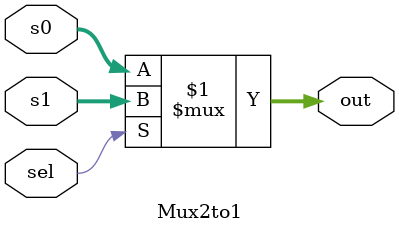
<source format=v>
module Mux2to1 #(
    parameter size = 32
) 
(
    input sel,
    input signed [size-1:0] s0,
    input signed [size-1:0] s1,
    output signed [size-1:0] out
);
    // TODO: implement your 2to1 multiplexer here
    assign out = sel? s1 : s0;
    
endmodule


</source>
